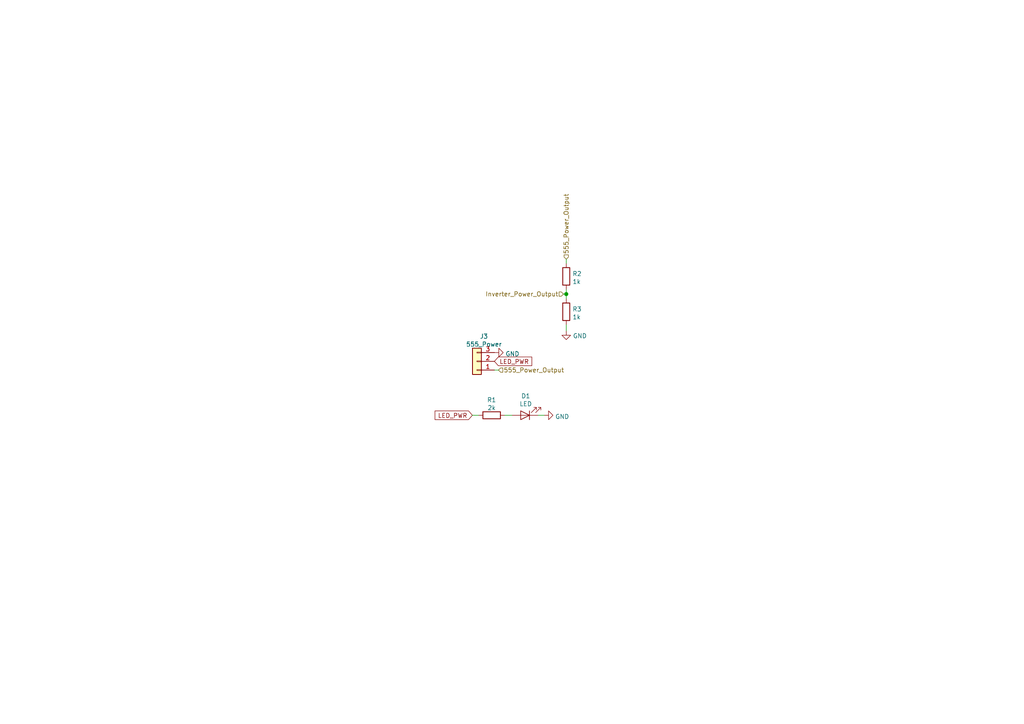
<source format=kicad_sch>
(kicad_sch (version 20210606) (generator eeschema)
  (paper "A4")
  (lib_symbols
    (symbol "Connector_Generic:Conn_01x03" (pin_names (offset 1.016) hide)
      (property "Reference" "J" (at 0 5.08 0))
      (property "Value" "Conn_01x03" (at 0 -5.08 0))
      (symbol "Conn_01x03_1_1"
        (rectangle (start -1.27 -2.413) (end 0 -2.667) (stroke (width 0.1524)))
        (rectangle (start -1.27 0.127) (end 0 -0.127) (stroke (width 0.1524)))
        (rectangle (start -1.27 2.667) (end 0 2.413) (stroke (width 0.1524)))
        (rectangle (start -1.27 3.81) (end 1.27 -3.81) (stroke (width 0.254)) (fill (type background)))
        (pin passive line (at -5.08 2.54 0) (length 3.81) (name "Pin_1") (number "1"))
        (pin passive line (at -5.08 0 0) (length 3.81) (name "Pin_2") (number "2"))
        (pin passive line (at -5.08 -2.54 0) (length 3.81) (name "Pin_3") (number "3"))
      )
    )
    (symbol "Device:LED" (pin_numbers hide) (pin_names (offset 1.016) hide)
      (property "Reference" "D" (at 0 2.54 0))
      (property "Value" "LED" (at 0 -2.54 0))
      (symbol "LED_0_1"
        (polyline (pts (xy -1.27 -1.27) (xy -1.27 1.27)) (stroke (width 0.2032)))
        (polyline (pts (xy -1.27 0) (xy 1.27 0)))
        (polyline (pts (xy 1.27 -1.27) (xy 1.27 1.27) (xy -1.27 0) (xy 1.27 -1.27)) (stroke (width 0.2032)))
        (polyline (pts (xy -3.048 -0.762) (xy -4.572 -2.286) (xy -3.81 -2.286) (xy -4.572 -2.286) (xy -4.572 -1.524)))
        (polyline (pts (xy -1.778 -0.762) (xy -3.302 -2.286) (xy -2.54 -2.286) (xy -3.302 -2.286) (xy -3.302 -1.524)))
      )
      (symbol "LED_1_1"
        (pin passive line (at -3.81 0 0) (length 2.54) (name "K") (number "1"))
        (pin passive line (at 3.81 0 180) (length 2.54) (name "A") (number "2"))
      )
    )
    (symbol "Device:R" (pin_numbers hide) (pin_names (offset 0))
      (property "Reference" "R" (at 2.032 0 90))
      (property "Value" "R" (at 0 0 90))
      (symbol "R_0_1"
        (rectangle (start -1.016 -2.54) (end 1.016 2.54) (stroke (width 0.254)))
      )
      (symbol "R_1_1"
        (pin passive line (at 0 3.81 270) (length 1.27) (name "~") (number "1"))
        (pin passive line (at 0 -3.81 90) (length 1.27) (name "~") (number "2"))
      )
    )
    (symbol "power:GND" (power) (pin_names (offset 0))
      (property "Value" "GND" (at 0 -3.81 0))
      (symbol "GND_0_1"
        (polyline (pts (xy 0 0) (xy 0 -1.27) (xy 1.27 -1.27) (xy 0 -2.54) (xy -1.27 -1.27) (xy 0 -1.27)))
      )
      (symbol "GND_1_1"
        (pin power_in line (at 0 0 270) (length 0) hide (name "GND") (number "1"))
      )
    )
  )
  (junction (at 164.2364 85.2932) (diameter 1.016))
  (wire (pts (xy 137.0076 120.4468) (xy 138.7856 120.4468)))
  (wire (pts (xy 143.4084 107.3404) (xy 144.5768 107.3404)))
  (wire (pts (xy 146.4056 120.4468) (xy 148.4884 120.4468)))
  (wire (pts (xy 156.1084 120.4468) (xy 157.8356 120.4468)))
  (wire (pts (xy 163.4236 85.2932) (xy 164.2364 85.2932)))
  (wire (pts (xy 164.2364 75.184) (xy 164.2364 76.3524)))
  (wire (pts (xy 164.2364 83.9724) (xy 164.2364 85.2932)))
  (wire (pts (xy 164.2364 85.2932) (xy 164.2364 86.614)))
  (wire (pts (xy 164.2364 94.234) (xy 164.2364 95.9612)))
  (global_label "LED_PWR" (shape input) (at 137.0076 120.4468 180) (property "Intersheet References" "${INTERSHEET_REFS}" (effects hide)))
  (global_label "LED_PWR" (shape input) (at 143.4084 104.8004 0) (property "Intersheet References" "${INTERSHEET_REFS}" (effects hide)))
  (hierarchical_label "555_Power_Output" (shape input) (at 144.5768 107.3404 0))
  (hierarchical_label "Inverter_Power_Output" (shape input) (at 163.4236 85.2932 180))
  (hierarchical_label "555_Power_Output" (shape input) (at 164.2364 75.184 90))
  (symbol (lib_id "power:GND") (at 143.4084 102.2604 90) (unit 1)
    (property "Reference" "#PWR03" (effects hide))
    (property "Value" "GND" (at 146.5835 102.6489 90) (effects (justify right)))
  )
  (symbol (lib_id "power:GND") (at 157.8356 120.4468 90) (unit 1)
    (property "Reference" "#PWR04" (effects hide))
    (property "Value" "GND" (at 161.0107 120.8353 90) (effects (justify right)))
  )
  (symbol (lib_id "power:GND") (at 164.2364 95.9612 0) (unit 1)
    (property "Reference" "#PWR06" (effects hide))
    (property "Value" "GND" (at 166.1415 97.4292 0) (effects (justify left)))
  )
  (symbol (lib_id "Device:R") (at 142.5956 120.4468 90) (unit 1)
    (property "Reference" "R1" (at 142.5956 115.9976 90))
    (property "Value" "2k" (at 142.5956 118.2963 90))
    (property "Footprint" "Resistor_SMD:R_0603_1608Metric" (effects hide))
  )
  (symbol (lib_id "Device:R") (at 164.2364 80.1624 0) (unit 1)
    (property "Reference" "R2" (at 166.0145 79.4015 0) (effects (justify left)))
    (property "Value" "1k" (at 166.0145 81.7002 0) (effects (justify left)))
    (property "Footprint" "Resistor_SMD:R_0603_1608Metric" (effects hide))
  )
  (symbol (lib_id "Device:R") (at 164.2364 90.424 0) (unit 1)
    (property "Reference" "R3" (at 166.0145 89.6631 0) (effects (justify left)))
    (property "Value" "1k" (at 166.0145 91.9618 0) (effects (justify left)))
    (property "Footprint" "Resistor_SMD:R_0603_1608Metric" (effects hide))
  )
  (symbol (lib_id "Device:LED") (at 152.2984 120.4468 180) (unit 1)
    (property "Reference" "D1" (at 152.4889 114.8546 0))
    (property "Value" "LED" (at 152.4889 117.1533 0))
    (property "Footprint" "Connector_Molex:Molex_KK-254_AE-6410-02A_1x02_P2.54mm_Vertical" (effects hide))
  )
  (symbol (lib_id "Connector_Generic:Conn_01x03") (at 138.3284 104.8004 180) (unit 1)
    (property "Reference" "J3" (at 140.3604 97.5572 0))
    (property "Value" "555_Power" (at 140.3604 99.8559 0))
    (property "Footprint" "Connector_Molex:Molex_KK-254_AE-6410-03A_1x03_P2.54mm_Vertical" (effects hide))
  )
)
</source>
